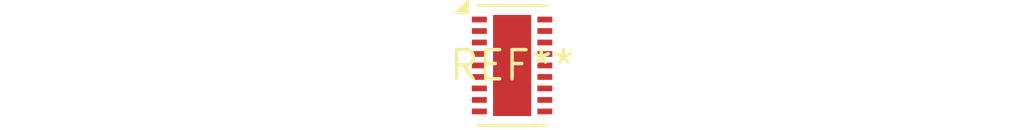
<source format=kicad_pcb>
(kicad_pcb (version 20240108) (generator pcbnew)
  (layers (0 "F.Cu" signal) (31 "B.Cu" signal) (34 "B.Paste" user) (35 "F.Paste" user) (36 "B.SilkS" user "B.Silkscreen") (37 "F.SilkS" user "F.Silkscreen") (38 "B.Mask" user) (39 "F.Mask" user) (44 "Edge.Cuts" user))
  (net 0 "")
  (footprint "DFN-18-1EP_3x5mm_P0.5mm_EP1.66x4.4mm" (layer "F.Cu") (at 0 0)
    (property "Reference" "REF**")
    (property "Value" "DFN-18-1EP_3x5mm_P0.5mm_EP1.66x4.4mm")
    (fp_line (start -1.5 -2.61) (end 1.5 -2.61) (layer "F.SilkS") (stroke (width 0.12)))
    (fp_line (start -1.5 2.61) (end 1.5 2.61) (layer "F.SilkS") (stroke (width 0.12)))
    (fp_poly (pts (xy -1.94 -2.31) (xy -2.42 -2.31) (xy -1.94 -2.79) (xy -1.94 -2.31)) (layer "F.SilkS") (stroke (width 0.12)) (fill solid))
    (pad "1" smd rect (at -1.425 -2) (size 0.65 0.25) (layers "F.Cu" "F.Paste" "F.Mask"))
    (pad "2" smd rect (at -1.425 -1.5) (size 0.65 0.25) (layers "F.Cu" "F.Paste" "F.Mask"))
    (pad "3" smd rect (at -1.425 -1) (size 0.65 0.25) (layers "F.Cu" "F.Paste" "F.Mask"))
    (pad "4" smd rect (at -1.425 -0.5) (size 0.65 0.25) (layers "F.Cu" "F.Paste" "F.Mask"))
    (pad "5" smd rect (at -1.425 0) (size 0.65 0.25) (layers "F.Cu" "F.Paste" "F.Mask"))
    (pad "6" smd rect (at -1.425 0.5) (size 0.65 0.25) (layers "F.Cu" "F.Paste" "F.Mask"))
    (pad "7" smd rect (at -1.425 1) (size 0.65 0.25) (layers "F.Cu" "F.Paste" "F.Mask"))
    (pad "8" smd rect (at -1.425 1.5) (size 0.65 0.25) (layers "F.Cu" "F.Paste" "F.Mask"))
    (pad "9" smd rect (at -1.425 2) (size 0.65 0.25) (layers "F.Cu" "F.Paste" "F.Mask"))
    (pad "10" smd rect (at 1.425 2) (size 0.65 0.25) (layers "F.Cu" "F.Paste" "F.Mask"))
    (pad "11" smd rect (at 1.425 1.5) (size 0.65 0.25) (layers "F.Cu" "F.Paste" "F.Mask"))
    (pad "12" smd rect (at 1.425 1) (size 0.65 0.25) (layers "F.Cu" "F.Paste" "F.Mask"))
    (pad "13" smd rect (at 1.425 0.5) (size 0.65 0.25) (layers "F.Cu" "F.Paste" "F.Mask"))
    (pad "14" smd rect (at 1.425 0) (size 0.65 0.25) (layers "F.Cu" "F.Paste" "F.Mask"))
    (pad "15" smd rect (at 1.425 -0.5) (size 0.65 0.25) (layers "F.Cu" "F.Paste" "F.Mask"))
    (pad "16" smd rect (at 1.425 -1) (size 0.65 0.25) (layers "F.Cu" "F.Paste" "F.Mask"))
    (pad "17" smd rect (at 1.425 -1.5) (size 0.65 0.25) (layers "F.Cu" "F.Paste" "F.Mask"))
    (pad "18" smd rect (at 1.425 -2) (size 0.65 0.25) (layers "F.Cu" "F.Paste" "F.Mask"))
    (pad "19" smd rect (at 0 0) (size 1.66 4.4) (layers "F.Cu" "F.Mask"))
  )
)
</source>
